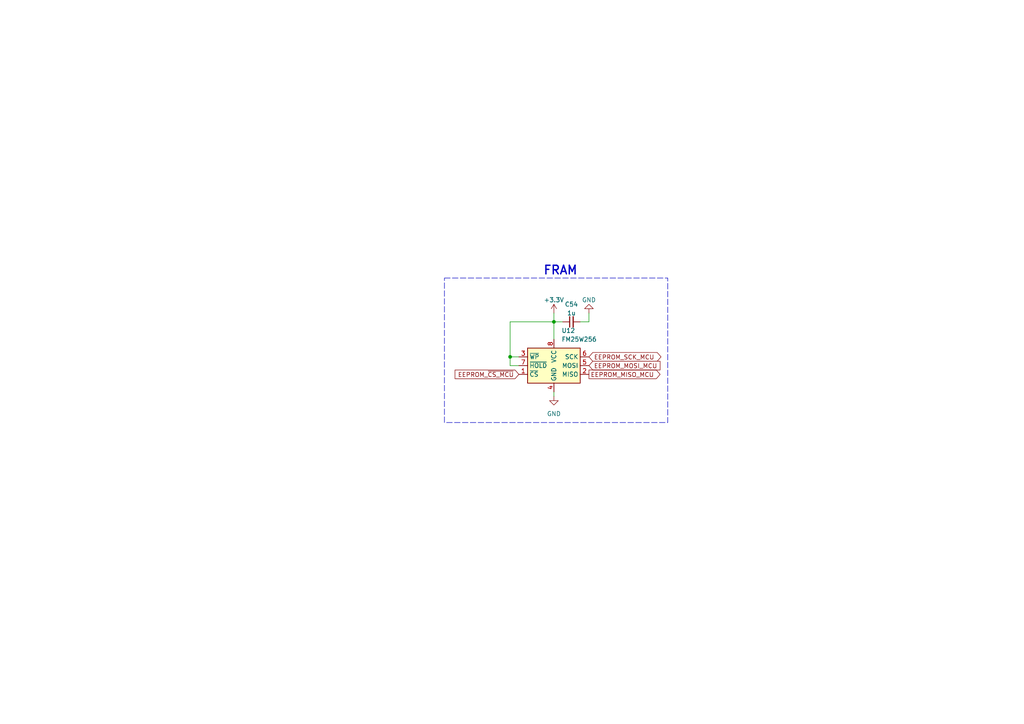
<source format=kicad_sch>
(kicad_sch (version 20230121) (generator eeschema)
  (paper "A4")
  (title_block (comment 1 "МПСТ.76721.758764.02.М Э3"))
  (lib_symbols
    (symbol "Device:C_Small" (pin_numbers hide) (pin_names (offset 0.254) hide)
      (property "Reference" "C" (at 0.254 1.778 0))
      (property "Value" "C_Small" (at 0.254 -2.032 0))
      (symbol "C_Small_0_1"
        (polyline (pts (xy -1.524 -0.508) (xy 1.524 -0.508)) (stroke (width 0.3302)))
        (polyline (pts (xy -1.524 0.508) (xy 1.524 0.508)) (stroke (width 0.3048)))
      )
      (symbol "C_Small_1_1"
        (pin passive line (at 0 2.54 270) (length 2.032) (name "~") (number "1"))
        (pin passive line (at 0 -2.54 90) (length 2.032) (name "~") (number "2"))
      )
    )
    (symbol "Memory_EEPROM:AT25xxx"
      (property "Reference" "U" (at -7.62 6.35 0))
      (property "Value" "AT25xxx" (at 2.54 -6.35 0))
      (symbol "AT25xxx_1_1"
        (rectangle (start -7.62 5.08) (end 7.62 -5.08) (stroke (width 0.254)) (fill (type background)))
        (pin input line (at -10.16 -2.54 0) (length 2.54) (name "~{CS}") (number "1"))
        (pin tri_state line (at 10.16 -2.54 180) (length 2.54) (name "MISO") (number "2"))
        (pin input line (at -10.16 2.54 0) (length 2.54) (name "~{WP}") (number "3"))
        (pin power_in line (at 0 -7.62 90) (length 2.54) (name "GND") (number "4"))
        (pin input line (at 10.16 0 180) (length 2.54) (name "MOSI") (number "5"))
        (pin input line (at 10.16 2.54 180) (length 2.54) (name "SCK") (number "6"))
        (pin input line (at -10.16 0 0) (length 2.54) (name "~{HOLD}") (number "7"))
        (pin power_in line (at 0 7.62 270) (length 2.54) (name "VCC") (number "8"))
      )
    )
    (symbol "power:+3.3V" (power) (pin_names (offset 0))
      (property "Value" "+3.3V" (at 0 3.556 0))
      (symbol "+3.3V_0_1"
        (polyline (pts (xy -0.762 1.27) (xy 0 2.54)))
        (polyline (pts (xy 0 0) (xy 0 2.54)))
        (polyline (pts (xy 0 2.54) (xy 0.762 1.27)))
      )
      (symbol "+3.3V_1_1"
        (pin power_in line (at 0 0 90) (length 0) hide (name "+3.3V") (number "1"))
      )
    )
    (symbol "power:GND" (power) (pin_names (offset 0))
      (property "Value" "GND" (at 0 -3.81 0))
      (symbol "GND_0_1"
        (polyline (pts (xy 0 0) (xy 0 -1.27) (xy 1.27 -1.27) (xy 0 -2.54) (xy -1.27 -1.27) (xy 0 -1.27)))
      )
      (symbol "GND_1_1"
        (pin power_in line (at 0 0 270) (length 0) hide (name "GND") (number "1"))
      )
    )
  )
  (junction (at 147.955 103.505))
  (junction (at 160.655 93.345))
  (wire (pts (xy 160.655 98.425) (xy 160.655 93.345)))
  (wire (pts (xy 147.955 93.345) (xy 160.655 93.345)))
  (wire (pts (xy 160.655 93.345) (xy 163.195 93.345)))
  (wire (pts (xy 160.655 90.805) (xy 160.655 93.345)))
  (wire (pts (xy 168.275 93.345) (xy 170.815 93.345)))
  (wire (pts (xy 147.955 106.045) (xy 147.955 103.505)))
  (wire (pts (xy 150.495 106.045) (xy 147.955 106.045)))
  (wire (pts (xy 147.955 103.505) (xy 150.495 103.505)))
  (wire (pts (xy 147.955 103.505) (xy 147.955 93.345)))
  (wire (pts (xy 160.655 113.665) (xy 160.655 114.935)))
  (wire (pts (xy 170.815 93.345) (xy 170.815 90.805)))
  (rectangle (start 128.905 80.645) (end 193.675 122.555) (stroke (width 0) (type dash)))
  (text "FRAM" (at 157.48 80.01 0) (effects (font (size 2.5 2.5) (thickness 0.4) bold) (justify left bottom)))
  (global_label "EEPROM_MISO_MCU" (shape output) (at 170.815 108.585 0) (property "Intersheetrefs" "${INTERSHEET_REFS}" (effects hide)))
  (global_label "EEPROM_~{CS_MCU}" (shape input) (at 150.495 108.585 180) (property "Intersheetrefs" "${INTERSHEET_REFS}" (effects hide)))
  (global_label "EEPROM_SCK_MCU" (shape bidirectional) (at 170.815 103.505 0) (property "Intersheetrefs" "${INTERSHEET_REFS}" (effects hide)))
  (global_label "EEPROM_MOSI_MCU" (shape input) (at 170.815 106.045 0) (property "Intersheetrefs" "${INTERSHEET_REFS}" (effects hide)))
  (symbol (lib_id "Device:C_Small") (at 165.735 93.345 90) (unit 1)
    (property "Reference" "C54" (at 165.7413 88.265 90))
    (property "Value" "1u" (at 165.7413 90.805 90))
    (property "Footprint" "Capacitor_SMD:C_0603_1608Metric_Pad1.08x0.95mm_HandSolder" (effects hide))
  )
  (symbol (lib_id "power:GND") (at 160.655 114.935 0) (unit 1)
    (property "Reference" "#PWR0104" (effects hide))
    (property "Value" "GND" (at 160.655 120.015 0))
  )
  (symbol (lib_id "Memory_EEPROM:AT25xxx") (at 160.655 106.045 0) (unit 1)
    (property "Reference" "U12" (at 162.8491 95.885 0) (effects (justify left)))
    (property "Value" "FM25W256" (at 162.8491 98.425 0) (effects (justify left)))
    (property "Footprint" "Package_SO:SOIC-8_3.9x4.9mm_P1.27mm" (effects hide))
    (property "Datasheet" "http://ww1.microchip.com/downloads/en/DeviceDoc/Atmel-8707-SEEPROM-AT25010B-020B-040B-Datasheet.pdf" (effects hide))
  )
  (symbol (lib_id "power:+3.3V") (at 160.655 90.805 0) (unit 1)
    (property "Reference" "#PWR0102" (effects hide))
    (property "Value" "+3.3V" (at 160.655 86.995 0))
  )
  (symbol (lib_id "power:GND") (at 170.815 90.805 180) (unit 1)
    (property "Reference" "#PWR0103" (effects hide))
    (property "Value" "GND" (at 170.815 86.995 0))
  )
)
</source>
